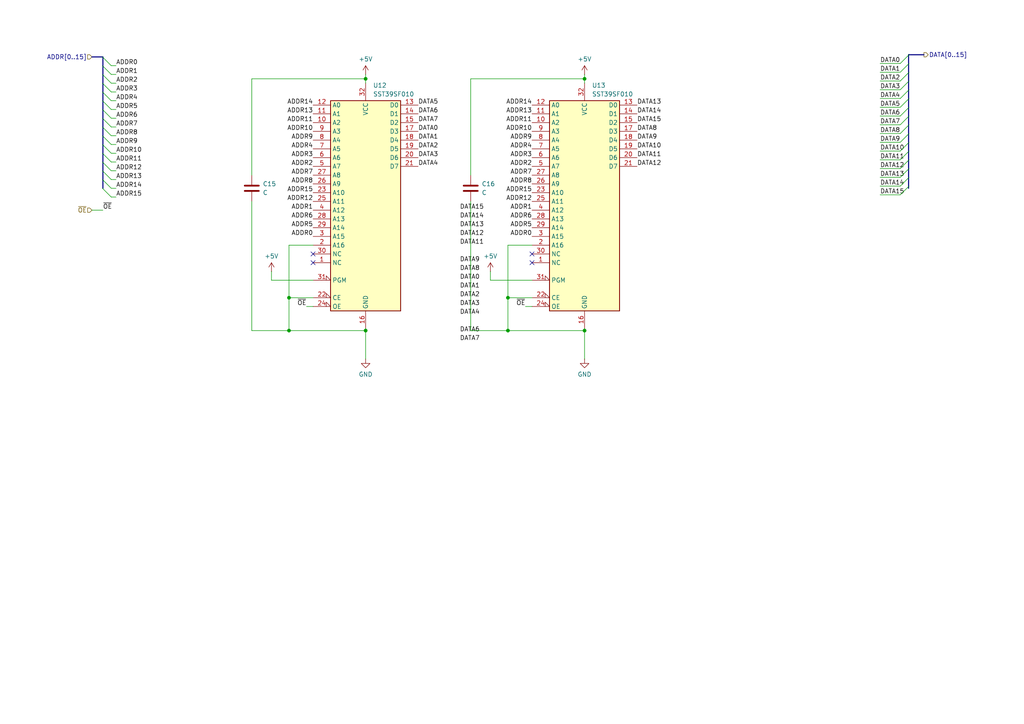
<source format=kicad_sch>
(kicad_sch (version 20250114) (generator "eeschema") (generator_version "9.0")
  (paper "A4")
  (lib_symbols
    (symbol "Device:C" (pin_numbers (hide yes)) (pin_names (offset 0.254))
      (property "Reference" "C" (at 0.635 2.54 0))
      (property "Value" "C" (at 0.635 -2.54 0))
      (symbol "C_0_1"
        (polyline (pts (xy -2.032 0.762) (xy 2.032 0.762)) (stroke (width 0.508)))
        (polyline (pts (xy -2.032 -0.762) (xy 2.032 -0.762)) (stroke (width 0.508)))
      )
      (symbol "C_1_1"
        (pin passive line (at 0 3.81 270) (length 2.794) (name "~") (number "1"))
        (pin passive line (at 0 -3.81 90) (length 2.794) (name "~") (number "2"))
      )
    )
    (symbol "Memory_Flash:SST39SF010"
      (property "Reference" "U" (at 2.54 33.02 0))
      (property "Value" "SST39SF010" (at 0 -30.48 0))
      (symbol "SST39SF010_0_0"
        (pin power_in line (at 0 36.83 270) (length 5.08) (name "VCC") (number "32"))
        (pin power_in line (at 0 -34.29 90) (length 5.08) (name "GND") (number "16"))
      )
      (symbol "SST39SF010_0_1"
        (rectangle (start -10.16 31.75) (end 10.16 -29.21) (stroke (width 0.254)) (fill (type background)))
      )
      (symbol "SST39SF010_1_1"
        (pin input line (at -15.24 30.48 0) (length 5.08) (name "A0") (number "12"))
        (pin input line (at -15.24 27.94 0) (length 5.08) (name "A1") (number "11"))
        (pin input line (at -15.24 25.4 0) (length 5.08) (name "A2") (number "10"))
        (pin input line (at -15.24 22.86 0) (length 5.08) (name "A3") (number "9"))
        (pin input line (at -15.24 20.32 0) (length 5.08) (name "A4") (number "8"))
        (pin input line (at -15.24 17.78 0) (length 5.08) (name "A5") (number "7"))
        (pin input line (at -15.24 15.24 0) (length 5.08) (name "A6") (number "6"))
        (pin input line (at -15.24 12.7 0) (length 5.08) (name "A7") (number "5"))
        (pin input line (at -15.24 10.16 0) (length 5.08) (name "A8") (number "27"))
        (pin input line (at -15.24 7.62 0) (length 5.08) (name "A9") (number "26"))
        (pin input line (at -15.24 5.08 0) (length 5.08) (name "A10") (number "23"))
        (pin input line (at -15.24 2.54 0) (length 5.08) (name "A11") (number "25"))
        (pin input line (at -15.24 0 0) (length 5.08) (name "A12") (number "4"))
        (pin input line (at -15.24 -2.54 0) (length 5.08) (name "A13") (number "28"))
        (pin input line (at -15.24 -5.08 0) (length 5.08) (name "A14") (number "29"))
        (pin input line (at -15.24 -7.62 0) (length 5.08) (name "A15") (number "3"))
        (pin input line (at -15.24 -10.16 0) (length 5.08) (name "A16") (number "2"))
        (pin input line (at -15.24 -12.7 0) (length 5.08) (name "NC") (number "30"))
        (pin input line (at -15.24 -15.24 0) (length 5.08) (name "NC") (number "1"))
        (pin input input_low (at -15.24 -20.32 0) (length 5.08) (name "PGM") (number "31"))
        (pin input input_low (at -15.24 -25.4 0) (length 5.08) (name "CE") (number "22"))
        (pin input input_low (at -15.24 -27.94 0) (length 5.08) (name "OE") (number "24"))
        (pin tri_state line (at 15.24 30.48 180) (length 5.08) (name "D0") (number "13"))
        (pin tri_state line (at 15.24 27.94 180) (length 5.08) (name "D1") (number "14"))
        (pin tri_state line (at 15.24 25.4 180) (length 5.08) (name "D2") (number "15"))
        (pin tri_state line (at 15.24 22.86 180) (length 5.08) (name "D3") (number "17"))
        (pin tri_state line (at 15.24 20.32 180) (length 5.08) (name "D4") (number "18"))
        (pin tri_state line (at 15.24 17.78 180) (length 5.08) (name "D5") (number "19"))
        (pin tri_state line (at 15.24 15.24 180) (length 5.08) (name "D6") (number "20"))
        (pin tri_state line (at 15.24 12.7 180) (length 5.08) (name "D7") (number "21"))
      )
    )
    (symbol "power:+5V" (power) (pin_numbers (hide yes)) (pin_names (offset 0) (hide yes))
      (property "Value" "+5V" (at 0 3.556 0))
      (symbol "+5V_0_1"
        (polyline (pts (xy -0.762 1.27) (xy 0 2.54)))
        (polyline (pts (xy 0 2.54) (xy 0.762 1.27)))
        (polyline (pts (xy 0 0) (xy 0 2.54)))
      )
      (symbol "+5V_1_1"
        (pin power_in line (at 0 0 90) (length 0) (name "~") (number "1"))
      )
    )
    (symbol "power:GND" (power) (pin_numbers (hide yes)) (pin_names (offset 0) (hide yes))
      (property "Value" "GND" (at 0 -3.81 0))
      (symbol "GND_0_1"
        (polyline (pts (xy 0 0) (xy 0 -1.27) (xy 1.27 -1.27) (xy 0 -2.54) (xy -1.27 -1.27) (xy 0 -1.27)))
      )
      (symbol "GND_1_1"
        (pin power_in line (at 0 0 270) (length 0) (name "~") (number "1"))
      )
    )
  )
  (junction (at 83.82 86.36))
  (junction (at 106.045 22.86))
  (junction (at 106.045 95.885))
  (junction (at 147.32 95.885))
  (junction (at 169.545 22.86))
  (junction (at 169.545 95.885))
  (junction (at 83.82 95.885))
  (junction (at 147.32 86.36))
  (no_connect (at 154.305 76.2))
  (no_connect (at 90.805 73.66))
  (no_connect (at 154.305 73.66))
  (no_connect (at 90.805 76.2))
  (bus_entry (at 29.718 21.59) (size 2.54 2.54))
  (bus_entry (at 29.718 49.53) (size 2.54 2.54))
  (bus_entry (at 263.652 31.115) (size -2.54 2.54))
  (bus_entry (at 29.718 24.13) (size 2.54 2.54))
  (bus_entry (at 263.652 33.655) (size -2.54 2.54))
  (bus_entry (at 29.718 52.07) (size 2.54 2.54))
  (bus_entry (at 29.718 46.99) (size 2.54 2.54))
  (bus_entry (at 29.718 41.91) (size 2.54 2.54))
  (bus_entry (at 29.718 19.05) (size 2.54 2.54))
  (bus_entry (at 263.652 48.895) (size -2.54 2.54))
  (bus_entry (at 29.718 54.61) (size 2.54 2.54))
  (bus_entry (at 263.652 46.355) (size -2.54 2.54))
  (bus_entry (at 263.652 28.575) (size -2.54 2.54))
  (bus_entry (at 263.652 15.875) (size -2.54 2.54))
  (bus_entry (at 263.652 51.435) (size -2.54 2.54))
  (bus_entry (at 263.652 53.975) (size -2.54 2.54))
  (bus_entry (at 29.718 31.75) (size 2.54 2.54))
  (bus_entry (at 263.652 23.495) (size -2.54 2.54))
  (bus_entry (at 263.652 43.815) (size -2.54 2.54))
  (bus_entry (at 29.718 44.45) (size 2.54 2.54))
  (bus_entry (at 29.718 29.21) (size 2.54 2.54))
  (bus_entry (at 29.718 16.51) (size 2.54 2.54))
  (bus_entry (at 263.652 38.735) (size -2.54 2.54))
  (bus_entry (at 29.718 36.83) (size 2.54 2.54))
  (bus_entry (at 263.652 26.035) (size -2.54 2.54))
  (bus_entry (at 263.652 36.195) (size -2.54 2.54))
  (bus_entry (at 29.718 39.37) (size 2.54 2.54))
  (bus_entry (at 263.652 41.275) (size -2.54 2.54))
  (bus_entry (at 263.652 18.415) (size -2.54 2.54))
  (bus_entry (at 29.718 34.29) (size 2.54 2.54))
  (bus_entry (at 29.718 26.67) (size 2.54 2.54))
  (bus_entry (at 263.652 20.955) (size -2.54 2.54))
  (wire (pts (xy 83.82 95.885) (xy 106.045 95.885)))
  (wire (pts (xy 255.27 18.415) (xy 261.112 18.415)))
  (wire (pts (xy 255.27 51.435) (xy 261.112 51.435)))
  (wire (pts (xy 169.545 95.885) (xy 169.545 95.25)))
  (wire (pts (xy 73.025 58.42) (xy 73.025 95.885)))
  (wire (pts (xy 154.305 71.12) (xy 147.32 71.12)))
  (wire (pts (xy 136.525 95.885) (xy 147.32 95.885)))
  (wire (pts (xy 32.258 46.99) (xy 33.655 46.99)))
  (wire (pts (xy 255.27 38.735) (xy 261.112 38.735)))
  (wire (pts (xy 255.27 36.195) (xy 261.112 36.195)))
  (wire (pts (xy 255.27 33.655) (xy 261.112 33.655)))
  (bus (pts (xy 263.652 15.875) (xy 263.525 15.875)))
  (bus (pts (xy 29.718 16.51) (xy 29.845 16.51)))
  (wire (pts (xy 255.27 28.575) (xy 261.112 28.575)))
  (wire (pts (xy 106.045 22.86) (xy 73.025 22.86)))
  (wire (pts (xy 32.258 57.15) (xy 33.655 57.15)))
  (wire (pts (xy 73.025 22.86) (xy 73.025 50.8)))
  (wire (pts (xy 106.045 95.885) (xy 106.045 104.14)))
  (wire (pts (xy 169.545 95.885) (xy 169.545 104.14)))
  (wire (pts (xy 147.32 71.12) (xy 147.32 86.36)))
  (wire (pts (xy 32.258 39.37) (xy 33.655 39.37)))
  (wire (pts (xy 136.525 58.42) (xy 136.525 95.885)))
  (wire (pts (xy 169.545 22.86) (xy 169.545 24.13)))
  (wire (pts (xy 32.258 54.61) (xy 33.655 54.61)))
  (wire (pts (xy 32.258 49.53) (xy 33.655 49.53)))
  (wire (pts (xy 106.045 21.59) (xy 106.045 22.86)))
  (wire (pts (xy 73.025 95.885) (xy 83.82 95.885)))
  (wire (pts (xy 169.545 21.59) (xy 169.545 22.86)))
  (wire (pts (xy 26.67 60.96) (xy 29.845 60.96)))
  (bus (pts (xy 29.845 16.51) (xy 29.845 54.61)))
  (wire (pts (xy 255.27 31.115) (xy 261.112 31.115)))
  (wire (pts (xy 32.258 21.59) (xy 33.655 21.59)))
  (wire (pts (xy 32.258 29.21) (xy 33.655 29.21)))
  (wire (pts (xy 32.258 19.05) (xy 33.655 19.05)))
  (wire (pts (xy 32.258 41.91) (xy 33.655 41.91)))
  (wire (pts (xy 154.305 81.28) (xy 142.24 81.28)))
  (wire (pts (xy 147.32 86.36) (xy 154.305 86.36)))
  (wire (pts (xy 255.27 26.035) (xy 261.112 26.035)))
  (wire (pts (xy 255.27 56.515) (xy 261.112 56.515)))
  (wire (pts (xy 90.805 71.12) (xy 83.82 71.12)))
  (wire (pts (xy 88.9 88.9) (xy 90.805 88.9)))
  (wire (pts (xy 32.258 44.45) (xy 33.655 44.45)))
  (wire (pts (xy 32.258 52.07) (xy 33.655 52.07)))
  (wire (pts (xy 147.32 95.885) (xy 169.545 95.885)))
  (wire (pts (xy 255.27 20.955) (xy 261.112 20.955)))
  (wire (pts (xy 106.045 95.885) (xy 106.045 95.25)))
  (wire (pts (xy 106.045 22.86) (xy 106.045 24.13)))
  (bus (pts (xy 26.67 16.51) (xy 29.718 16.51)))
  (wire (pts (xy 90.805 81.28) (xy 78.74 81.28)))
  (wire (pts (xy 255.27 43.815) (xy 261.112 43.815)))
  (wire (pts (xy 136.525 22.86) (xy 136.525 50.8)))
  (wire (pts (xy 78.74 78.74) (xy 78.74 81.28)))
  (wire (pts (xy 83.82 86.36) (xy 90.805 86.36)))
  (wire (pts (xy 255.27 48.895) (xy 261.112 48.895)))
  (wire (pts (xy 32.258 31.75) (xy 33.655 31.75)))
  (wire (pts (xy 32.258 26.67) (xy 33.655 26.67)))
  (wire (pts (xy 147.32 86.36) (xy 147.32 95.885)))
  (wire (pts (xy 142.24 78.74) (xy 142.24 81.28)))
  (bus (pts (xy 267.97 15.875) (xy 263.652 15.875)))
  (wire (pts (xy 255.27 23.495) (xy 261.112 23.495)))
  (bus (pts (xy 263.525 15.875) (xy 263.525 54.61)))
  (wire (pts (xy 255.27 41.275) (xy 261.112 41.275)))
  (wire (pts (xy 32.258 36.83) (xy 33.655 36.83)))
  (wire (pts (xy 32.258 34.29) (xy 33.655 34.29)))
  (wire (pts (xy 255.27 53.975) (xy 261.112 53.975)))
  (wire (pts (xy 152.4 88.9) (xy 154.305 88.9)))
  (wire (pts (xy 255.27 46.355) (xy 261.112 46.355)))
  (wire (pts (xy 169.545 22.86) (xy 136.525 22.86)))
  (wire (pts (xy 32.258 24.13) (xy 33.655 24.13)))
  (wire (pts (xy 83.82 71.12) (xy 83.82 86.36)))
  (wire (pts (xy 83.82 86.36) (xy 83.82 95.885)))
  (label "ADDR13" (at 90.805 33.02 180))
  (label "ADDR6" (at 90.805 63.5 180))
  (label "DATA2" (at 121.285 43.18 0))
  (label "DATA0" (at 121.285 38.1 0))
  (label "DATA11" (at 133.35 71.12 0))
  (label "DATA15" (at 133.35 60.96 0))
  (label "ADDR13" (at 154.305 33.02 180))
  (label "ADDR7" (at 33.655 36.83 0))
  (label "ADDR12" (at 90.805 58.42 180))
  (label "DATA1" (at 133.35 83.82 0))
  (label "DATA4" (at 121.285 48.26 0))
  (label "ADDR8" (at 90.805 53.34 180))
  (label "DATA3" (at 255.27 26.035 0))
  (label "ADDR11" (at 154.305 35.56 180))
  (label "ADDR9" (at 154.305 40.64 180))
  (label "ADDR5" (at 90.805 66.04 180))
  (label "ADDR2" (at 33.655 24.13 0))
  (label "DATA13" (at 133.35 66.04 0))
  (label "DATA8" (at 255.27 38.735 0))
  (label "ADDR11" (at 33.655 46.99 0))
  (label "ADDR7" (at 90.805 50.8 180))
  (label "ADDR5" (at 33.655 31.75 0))
  (label "DATA15" (at 255.27 56.515 0))
  (label "~{OE}" (at 29.845 60.96 0))
  (label "DATA5" (at 255.27 31.115 0))
  (label "DATA9" (at 133.35 76.2 0))
  (label "DATA12" (at 184.785 48.26 0))
  (label "ADDR13" (at 33.655 52.07 0))
  (label "DATA0" (at 133.35 81.28 0))
  (label "ADDR3" (at 154.305 45.72 180))
  (label "ADDR14" (at 154.305 30.48 180))
  (label "DATA12" (at 255.27 48.895 0))
  (label "ADDR2" (at 154.305 48.26 180))
  (label "ADDR12" (at 154.305 58.42 180))
  (label "ADDR14" (at 90.805 30.48 180))
  (label "ADDR9" (at 33.655 41.91 0))
  (label "ADDR5" (at 154.305 66.04 180))
  (label "ADDR0" (at 90.805 68.58 180))
  (label "ADDR0" (at 154.305 68.58 180))
  (label "ADDR10" (at 33.655 44.45 0))
  (label "DATA14" (at 255.27 53.975 0))
  (label "DATA9" (at 255.27 41.275 0))
  (label "DATA0" (at 255.27 18.415 0))
  (label "ADDR10" (at 90.805 38.1 180))
  (label "ADDR15" (at 90.805 55.88 180))
  (label "ADDR6" (at 154.305 63.5 180))
  (label "DATA13" (at 184.785 30.48 0))
  (label "DATA8" (at 184.785 38.1 0))
  (label "DATA14" (at 133.35 63.5 0))
  (label "ADDR9" (at 90.805 40.64 180))
  (label "ADDR3" (at 90.805 45.72 180))
  (label "DATA5" (at 121.285 30.48 0))
  (label "~{OE}" (at 152.4 88.9 180))
  (label "DATA14" (at 184.785 33.02 0))
  (label "ADDR10" (at 154.305 38.1 180))
  (label "DATA6" (at 121.285 33.02 0))
  (label "DATA3" (at 121.285 45.72 0))
  (label "~{OE}" (at 88.9 88.9 180))
  (label "DATA2" (at 255.27 23.495 0))
  (label "ADDR4" (at 154.305 43.18 180))
  (label "DATA9" (at 184.785 40.64 0))
  (label "ADDR8" (at 33.655 39.37 0))
  (label "DATA10" (at 255.27 43.815 0))
  (label "DATA7" (at 121.285 35.56 0))
  (label "DATA11" (at 184.785 45.72 0))
  (label "DATA2" (at 133.35 86.36 0))
  (label "ADDR12" (at 33.655 49.53 0))
  (label "DATA4" (at 133.35 91.44 0))
  (label "ADDR3" (at 33.655 26.67 0))
  (label "ADDR4" (at 33.655 29.21 0))
  (label "DATA15" (at 184.785 35.56 0))
  (label "ADDR2" (at 90.805 48.26 180))
  (label "DATA12" (at 133.35 68.58 0))
  (label "DATA6" (at 133.35 96.52 0))
  (label "DATA11" (at 255.27 46.355 0))
  (label "ADDR15" (at 33.655 57.15 0))
  (label "ADDR15" (at 154.305 55.88 180))
  (label "ADDR1" (at 90.805 60.96 180))
  (label "ADDR0" (at 33.655 19.05 0))
  (label "DATA3" (at 133.35 88.9 0))
  (label "ADDR7" (at 154.305 50.8 180))
  (label "ADDR4" (at 90.805 43.18 180))
  (label "DATA1" (at 121.285 40.64 0))
  (label "ADDR1" (at 33.655 21.59 0))
  (label "DATA6" (at 255.27 33.655 0))
  (label "ADDR1" (at 154.305 60.96 180))
  (label "ADDR11" (at 90.805 35.56 180))
  (label "ADDR8" (at 154.305 53.34 180))
  (label "ADDR6" (at 33.655 34.29 0))
  (label "ADDR14" (at 33.655 54.61 0))
  (label "DATA1" (at 255.27 20.955 0))
  (label "DATA13" (at 255.27 51.435 0))
  (label "DATA10" (at 184.785 43.18 0))
  (label "DATA7" (at 255.27 36.195 0))
  (label "DATA7" (at 133.35 99.06 0))
  (label "DATA8" (at 133.35 78.74 0))
  (label "DATA4" (at 255.27 28.575 0))
  (hierarchical_label "ADDR[0..15]" (shape input) (at 26.67 16.51 180))
  (hierarchical_label "~{OE}" (shape input) (at 26.67 60.96 180))
  (hierarchical_label "DATA[0..15]" (shape output) (at 267.97 15.875 0))
  (symbol (lib_id "power:GND") (at 106.045 104.14 0) (unit 1)
    (property "Reference" "#PWR030" (effects (hide yes)))
    (property "Value" "GND" (at 106.045 108.585 0))
    (property "Description" "Power symbol creates a global label with name \"GND\" , ground" (effects (hide yes)))
  )
  (symbol (lib_id "power:+5V") (at 169.545 21.59 0) (unit 1)
    (property "Reference" "#PWR032" (effects (hide yes)))
    (property "Value" "+5V" (at 169.545 17.145 0))
    (property "Description" "Power symbol creates a global label with name \"+5V\"" (effects (hide yes)))
  )
  (symbol (lib_id "Memory_Flash:SST39SF010") (at 169.545 60.96 0) (unit 1)
    (property "Reference" "U13" (at 171.6883 24.765 0) (effects (justify left)))
    (property "Value" "SST39SF010" (at 171.6883 27.305 0) (effects (justify left)))
    (property "Footprint" "Package_DIP:DIP-32_W15.24mm_Socket" (effects (hide yes)))
    (property "Datasheet" "http://ww1.microchip.com/downloads/en/DeviceDoc/25022B.pdf" (effects (hide yes)))
    (property "Description" "Silicon Storage Technology (SSF) 128k x 8 Flash ROM" (effects (hide yes)))
  )
  (symbol (lib_id "power:GND") (at 169.545 104.14 0) (unit 1)
    (property "Reference" "#PWR033" (effects (hide yes)))
    (property "Value" "GND" (at 169.545 108.585 0))
    (property "Description" "Power symbol creates a global label with name \"GND\" , ground" (effects (hide yes)))
  )
  (symbol (lib_id "Device:C") (at 73.025 54.61 0) (unit 1)
    (property "Reference" "C15" (at 76.2 53.3399 0) (effects (justify left)))
    (property "Value" "C" (at 76.2 55.8799 0) (effects (justify left)))
    (property "Footprint" "Capacitor_SMD:C_0603_1608Metric" (effects (hide yes)))
    (property "Description" "Unpolarized capacitor" (effects (hide yes)))
  )
  (symbol (lib_id "power:+5V") (at 142.24 78.74 0) (unit 1)
    (property "Reference" "#PWR031" (effects (hide yes)))
    (property "Value" "+5V" (at 142.24 74.295 0))
    (property "Description" "Power symbol creates a global label with name \"+5V\"" (effects (hide yes)))
  )
  (symbol (lib_id "Device:C") (at 136.525 54.61 0) (unit 1)
    (property "Reference" "C16" (at 139.7 53.3399 0) (effects (justify left)))
    (property "Value" "C" (at 139.7 55.8799 0) (effects (justify left)))
    (property "Footprint" "Capacitor_SMD:C_0603_1608Metric" (effects (hide yes)))
    (property "Description" "Unpolarized capacitor" (effects (hide yes)))
  )
  (symbol (lib_id "power:+5V") (at 78.74 78.74 0) (unit 1)
    (property "Reference" "#PWR028" (effects (hide yes)))
    (property "Value" "+5V" (at 78.74 74.295 0))
    (property "Description" "Power symbol creates a global label with name \"+5V\"" (effects (hide yes)))
  )
  (symbol (lib_id "power:+5V") (at 106.045 21.59 0) (unit 1)
    (property "Reference" "#PWR029" (effects (hide yes)))
    (property "Value" "+5V" (at 106.045 17.145 0))
    (property "Description" "Power symbol creates a global label with name \"+5V\"" (effects (hide yes)))
  )
  (symbol (lib_id "Memory_Flash:SST39SF010") (at 106.045 60.96 0) (unit 1)
    (property "Reference" "U12" (at 108.1883 24.765 0) (effects (justify left)))
    (property "Value" "SST39SF010" (at 108.1883 27.305 0) (effects (justify left)))
    (property "Footprint" "Package_DIP:DIP-32_W15.24mm_Socket" (effects (hide yes)))
    (property "Datasheet" "http://ww1.microchip.com/downloads/en/DeviceDoc/25022B.pdf" (effects (hide yes)))
    (property "Description" "Silicon Storage Technology (SSF) 128k x 8 Flash ROM" (effects (hide yes)))
  )
)
</source>
